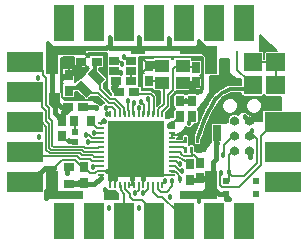
<source format=gtl>
G04 DipTrace 2.4.0.2*
%IN3dBBLEnotune.gtl*%
%MOMM*%
%ADD10C,0.25*%
%ADD13C,0.203*%
%ADD14C,0.381*%
%ADD15C,0.457*%
%ADD16C,0.305*%
%ADD17C,0.334*%
%ADD18C,0.127*%
%ADD19C,0.152*%
%ADD20C,0.178*%
%ADD23R,0.7X0.9*%
%ADD24R,0.9X0.7*%
%ADD26R,0.85X0.65*%
%ADD27R,0.9X0.75*%
%ADD28R,1.7X1.6*%
%ADD30R,1.7X2.032*%
%ADD32R,1.6X1.7*%
%ADD33R,2.0X1.7*%
%ADD34R,1.7X2.0*%
%ADD35R,2.032X1.7*%
%ADD36R,0.75X0.9*%
%ADD37R,0.62X0.49*%
%ADD38R,0.56X0.57*%
%ADD39R,3.13X0.75*%
%ADD40R,1.0X2.4*%
%ADD43O,0.65X0.2*%
%ADD44O,0.2X0.65*%
%ADD45R,4.7X4.7*%
%ADD46C,0.711*%
%ADD50R,1.2X1.1*%
%ADD51R,0.762X1.397*%
%ADD52R,1.143X0.762*%
%FSLAX53Y53*%
G04*
G71*
G90*
G75*
G01*
%LNTop*%
%LPD*%
X22945Y18795D2*
D13*
Y18395D1*
X14206Y17338D2*
D14*
X14609D1*
X14697Y17250D1*
X22649Y18597D2*
X22945D1*
Y18795D1*
D13*
X23013D1*
X23611Y19393D1*
X14697Y17250D2*
X14294D1*
X14206Y17338D1*
X14024D1*
X13624Y17738D1*
X18920Y19620D2*
X18858D1*
Y20142D1*
X18156Y20844D1*
X17707D1*
X16854Y21697D1*
Y22771D1*
X16516D1*
D16*
X16429D1*
Y23874D1*
X16572Y24017D1*
X14196Y21574D2*
Y21809D1*
X15554D1*
X15455Y21710D1*
D13*
Y21508D1*
X15618Y21671D1*
X15770D1*
Y21374D1*
X16704D1*
X17566Y20513D1*
X18012D1*
X18499Y20026D1*
Y19641D1*
X18520Y19620D1*
X29770Y22040D2*
X29300Y21874D1*
X29410Y22577D1*
X29252D1*
X28470Y23359D1*
Y24889D1*
X25091Y17407D2*
D10*
X25161Y17661D1*
D17*
G02X26603Y20830I10906J-3048D01*
G01*
G02X27883Y21713I1991J-1519D01*
G01*
X29126D1*
X29770Y22040D1*
X22945Y16795D2*
D13*
X23854D1*
X24091Y16557D1*
X22945Y17195D2*
X23879D1*
X24091Y17407D1*
X20120Y19620D2*
D18*
Y20023D1*
X20119Y20024D1*
Y20064D1*
X19496Y24121D2*
X19208D1*
X18914Y24415D1*
X16895Y18395D2*
D13*
X16599D1*
X16332Y18662D1*
Y19027D1*
X16059D1*
X14659D2*
Y18838D1*
X14697Y18801D1*
Y18110D1*
X21320Y19620D2*
X21385D1*
Y21049D1*
X21142Y21291D1*
X19743D1*
Y21430D1*
X22945Y15995D2*
D19*
X23388D1*
G03X23902Y15736I648J646D01*
G01*
X24403Y15559D1*
X24467Y15335D1*
X19720Y19620D2*
D20*
X19644D1*
Y20012D1*
X19663Y19992D1*
Y20529D1*
X19762D1*
X18046Y24121D2*
D13*
X18454D1*
X18709Y23866D1*
X19720Y13570D2*
X19320D1*
X22945Y17595D2*
Y17801D1*
Y17995D1*
X20956Y23680D2*
D14*
X22117D1*
X22134Y23662D1*
X24960Y22246D2*
X23835Y22262D1*
X29502Y19014D2*
X29430D1*
X29109Y19336D1*
X24591Y17407D2*
D10*
Y17796D1*
D14*
X24588Y17800D1*
X25091Y16557D2*
D10*
X25274D1*
D14*
X25352Y16635D1*
X25205Y25708D2*
Y25208D1*
X26244Y24168D1*
X10000Y13810D2*
X11270D1*
X15523Y15070D2*
Y14928D1*
D13*
X14746Y15705D1*
X13596D1*
X12957Y15065D1*
D14*
X12194D1*
X11270Y14141D1*
Y13810D1*
X17908Y21790D2*
X18120Y21579D1*
X18295D1*
X18443Y21430D1*
X16895Y14795D2*
D13*
X16600D1*
X16446Y14641D1*
X15968D1*
X15645Y14964D1*
Y15188D1*
X15526Y15070D1*
X15523D1*
X22945Y17801D2*
X23357D1*
X23506Y17950D1*
X24437D1*
X24588Y17800D1*
X26426Y15222D2*
D14*
Y13306D1*
X26929Y12803D1*
X27506D1*
X15386Y24820D2*
Y25148D1*
X17340D1*
X17665Y25474D1*
Y26046D1*
X20956Y23680D2*
X21115Y23839D1*
X21402D1*
X24960Y22246D2*
Y22108D1*
X24544Y21691D1*
X17856Y12733D2*
X17674D1*
X17250Y13156D1*
X26426Y15222D2*
Y15523D1*
X26692Y15789D1*
Y17154D1*
Y17909D1*
X26745Y17962D1*
X17665Y26046D2*
Y25161D1*
X20160D1*
X20020Y25022D1*
X26717Y17154D2*
X26692D1*
X12281Y12524D2*
Y13065D1*
X12784Y13568D1*
X12463Y25513D2*
Y24489D1*
X12784Y24168D1*
X13850Y24993D2*
X15213D1*
X15386Y24820D1*
X25205Y25708D2*
Y25019D1*
X25178Y24993D1*
X13850Y12743D2*
X12500D1*
X12281Y12524D1*
X25178Y12743D2*
X25419D1*
X26244Y13568D1*
Y13306D1*
X26426D1*
X26244Y24168D2*
Y24375D1*
X25205Y25415D1*
Y25708D1*
X27330Y23846D2*
Y22745D1*
X26930Y22345D1*
X26745D1*
X26526Y22126D1*
X26244Y24168D2*
Y24323D1*
X25205Y25363D1*
Y25708D1*
X20020Y25022D2*
Y25264D1*
X20174Y25418D1*
Y26031D1*
X26244Y24168D2*
Y24668D1*
X25205Y25708D1*
X20174Y26031D2*
Y25154D1*
X22709D1*
Y25980D1*
Y25154D2*
X24999D1*
X25205Y25360D1*
X27778Y12398D2*
X27506D1*
Y12803D1*
Y12670D1*
X27778Y12398D1*
X24467Y14035D2*
X25213D1*
X25329Y14151D1*
X25662D1*
X26244Y13568D1*
X25178Y24993D2*
X25419D1*
X26244Y24168D1*
Y24058D1*
X26505Y23797D1*
X23611Y20693D2*
X24085D1*
X24644D1*
X24645Y20692D1*
X24117Y20717D2*
X24085Y20693D1*
X25234Y12216D2*
D13*
Y12688D1*
X25178Y12743D1*
X22945Y14395D2*
X22117D1*
X18007Y18505D1*
X12996Y20731D2*
D14*
X13533Y20194D1*
X14098D1*
Y19948D1*
X13624Y19474D1*
Y19038D1*
X12996Y20731D2*
Y19666D1*
X13624Y19038D1*
X18161Y22349D2*
Y22043D1*
X17908Y21790D1*
X14098Y20194D2*
Y20046D1*
X13730Y19677D1*
X15272Y24017D2*
Y23890D1*
X14771Y23390D1*
X14712D1*
X14196Y22874D1*
X15386Y24820D2*
X13156D1*
X12463Y25513D1*
X12784Y24168D2*
Y20942D1*
X12996Y20731D1*
X16895Y14795D2*
D13*
X17411D1*
D14*
X18120D1*
X19920Y16595D1*
X17720Y13570D2*
D13*
Y14085D1*
D14*
Y14395D1*
X19920Y16595D1*
X18120Y13570D2*
D13*
Y14085D1*
D14*
Y14795D1*
X19320Y13570D2*
D13*
X19521D1*
Y14085D1*
D14*
Y16195D1*
X19920Y16595D1*
X20520Y13570D2*
D13*
Y14085D1*
D14*
Y15995D1*
X19920Y16595D1*
X19496Y23271D2*
D13*
Y22385D1*
X19461Y22349D1*
X16895Y17595D2*
Y17538D1*
X16168D1*
X15887Y17819D1*
Y17828D1*
X15687D1*
X16350Y26510D2*
Y27780D1*
X16895Y17195D2*
D18*
X15792D1*
Y17236D1*
X13810Y26510D2*
Y27780D1*
X16895Y16795D2*
X16650D1*
X16687Y16757D1*
X15593D1*
X15555Y16795D1*
X12920D1*
X12794Y16921D1*
Y18964D1*
X12537Y19220D1*
Y20070D1*
X12264Y20344D1*
Y22661D1*
X12003Y22922D1*
Y23237D1*
X11270Y23970D1*
X10000D2*
X11270D1*
X16895Y16395D2*
X16566D1*
X16545Y16416D1*
X15462D1*
X15356Y16521D1*
X12735D1*
X12529Y16728D1*
Y18753D1*
X12270Y19011D1*
Y19864D1*
X11964Y20171D1*
Y21430D1*
X11270D1*
X10000D2*
X11270D1*
X16895Y15995D2*
X16301D1*
X16212Y16084D1*
X15311D1*
X15131Y16265D1*
X12578D1*
X12270Y16572D1*
Y18535D1*
X11915Y18890D1*
X11270D1*
X10000D2*
X11270D1*
X10000Y16350D2*
X11270D1*
X16895Y15595D2*
X16152D1*
X15994Y15753D1*
X15171D1*
X14922Y16001D1*
X10921D1*
X11270Y16350D1*
X16895Y15195D2*
D13*
X16244D1*
Y15119D1*
X16350Y10000D2*
Y11270D1*
X18520Y13570D2*
X18589D1*
Y13137D1*
X18912Y12814D1*
Y11292D1*
X18890Y11270D1*
X18920Y13570D2*
Y13280D1*
X19351Y12849D1*
Y12571D1*
X19612Y12310D1*
X20390D1*
X21430Y11270D1*
X20120Y13570D2*
Y13189D1*
X19820Y12890D1*
X20920Y13570D2*
Y13279D1*
X20529Y12888D1*
X20487D1*
X21320Y13570D2*
Y13032D1*
X21757Y12595D1*
X22104D1*
X23429Y11270D1*
X23970D1*
X32860Y13810D2*
X31590D1*
X22945Y14795D2*
D18*
X22977Y14712D1*
X23282Y14682D1*
G02X23550Y14168I-329J-498D01*
G01*
X23581Y13876D1*
Y14123D1*
X32860Y16350D2*
D13*
X31590D1*
X22945Y15195D2*
D19*
X23193D1*
D18*
X23594Y14794D1*
X23725D1*
D19*
X23772D1*
Y14795D1*
X27103Y14601D2*
D13*
X26986Y14484D1*
Y13591D1*
X27158Y13419D1*
X28587D1*
X30457Y15289D1*
Y17757D1*
X31590Y18890D1*
X32860D2*
X31590D1*
X22945Y15595D2*
D19*
X23312D1*
X23423Y15484D1*
X23498D1*
D13*
X23622Y15361D1*
X29050Y26510D2*
D18*
Y27780D1*
X20920Y19620D2*
X20986D1*
Y20034D1*
X21035Y20083D1*
Y20831D1*
X20921D1*
X26510Y26510D2*
Y27780D1*
X20520Y19620D2*
X20599D1*
Y20340D1*
X20440Y20499D1*
Y20532D1*
X20338Y20634D1*
X18120Y19620D2*
D13*
X18094D1*
Y19955D1*
X17872Y20177D1*
X17361D1*
X17312Y20127D1*
X23970Y26510D2*
Y27780D1*
X17720Y19620D2*
D18*
X17460Y19558D1*
X21430Y26510D2*
Y27780D1*
X18890Y26510D2*
Y27780D1*
X16895Y17995D2*
X16353Y18004D1*
X19320Y19620D2*
Y19885D1*
X19240Y19965D1*
Y20685D1*
X19190Y20736D1*
X18046Y23271D2*
X18452D1*
X18629Y23094D1*
X22120Y13570D2*
D13*
Y13645D1*
X22375Y13900D1*
X28232Y17744D2*
X28107D1*
X27322Y16959D1*
Y16109D1*
X27252D1*
X24362Y18820D2*
Y19110D1*
X24645Y19392D1*
X21720Y13570D2*
Y13274D1*
X21978Y13015D1*
X22499D1*
X22982Y13499D1*
Y13933D1*
X28232Y16474D2*
X28105D1*
X27773Y16142D1*
Y14726D1*
X27728Y14680D1*
X29502Y17744D2*
Y17966D1*
X29704Y18168D1*
X27728Y14680D2*
X28058Y14350D1*
X29034D1*
X30124Y15441D1*
Y17476D1*
X29704Y17896D1*
Y18168D1*
X27506Y13963D2*
X27728D1*
Y14680D1*
X14197Y15095D2*
D14*
X14069Y14967D1*
Y14590D1*
X29502Y16474D2*
Y16053D1*
X29569Y15986D1*
X17199Y19024D2*
X17137D1*
D13*
X16895Y18782D1*
Y18795D1*
X15024Y13793D2*
D14*
X15047Y13770D1*
X15523D1*
X16895Y14395D2*
D13*
Y14215D1*
D14*
X16354Y13674D1*
X14218D1*
D13*
X14197Y13695D1*
X15024Y13793D2*
D14*
X14705D1*
X14634Y13722D1*
X14223D1*
X14197Y13695D1*
X15398Y20194D2*
X16464D1*
X16543Y20114D1*
X22945Y16395D2*
D13*
X23669D1*
G03X23994Y16042I306J-45D01*
G01*
X24587Y16064D1*
X24613D1*
X24591Y16557D1*
X24587Y16064D2*
Y16110D1*
X24816D1*
X25227Y15698D1*
Y15451D1*
X25329D1*
X24960Y23546D2*
X23951D1*
X23835Y23662D1*
X22120Y19620D2*
Y19789D1*
X22579Y20248D1*
Y21221D1*
X22989Y21631D1*
Y23411D1*
X23240Y23662D1*
X23835D1*
X20956Y22380D2*
X22017D1*
X22134Y22262D1*
X21720Y19620D2*
X21788D1*
Y19981D1*
X22230Y20422D1*
Y22262D1*
X22134D1*
X29770Y23980D2*
X31710D1*
Y22040D1*
D15*
X13692Y22648D3*
X17217Y23185D3*
X18629Y23094D3*
X18709Y23866D3*
X18914Y24415D3*
X20174Y26031D3*
X23622Y15361D3*
X23772Y14795D3*
X23581Y14123D3*
X22375Y13900D3*
X22982Y13933D3*
X20487Y12888D3*
X12281Y12524D3*
X26426Y15222D3*
X25205Y25708D3*
X16244Y15119D3*
X14069Y14590D3*
X17199Y19024D3*
X15687Y17828D3*
X15792Y17236D3*
X14206Y17338D3*
X22649Y18597D3*
X24362Y18820D3*
X27252Y16109D3*
X27728Y14680D3*
X29704Y18168D3*
X27103Y14601D3*
X29569Y15986D3*
X29109Y19336D3*
X15024Y13793D3*
X19190Y20736D3*
X19762Y20529D3*
X25352Y16635D3*
X20921Y20831D3*
X20338Y20634D3*
X20119Y20064D3*
X24588Y17800D3*
X27330Y23846D3*
X22709Y25980D3*
X17908Y21790D3*
X27203Y19017D3*
X19820Y12890D3*
X26792Y19558D3*
X30687Y20696D3*
X26526Y22126D3*
X25412Y19889D3*
X31962Y20398D3*
X28454Y21151D3*
X28763Y20178D3*
X31027Y25464D3*
X17250Y13156D3*
X12463Y25513D3*
X15386Y24820D3*
X17665Y26046D3*
X22760Y12595D3*
X24544Y21691D3*
X21402Y23839D3*
X26717Y17154D3*
X27778Y12398D3*
X27612Y22511D3*
X26505Y23797D3*
X24117Y20717D3*
X11636Y22638D3*
X11679Y17664D3*
X17638Y11674D3*
X20144D3*
X25234Y12216D3*
X16353Y18004D3*
X17460Y19558D3*
X17312Y20127D3*
X16543Y20114D3*
X13730Y19677D3*
X14771Y23390D3*
X30423Y26161D2*
D18*
X30562D1*
X30423Y26037D2*
X30687D1*
X30423Y25913D2*
X30814D1*
X30423Y25790D2*
X30941D1*
X30423Y25666D2*
X31066D1*
X30423Y25542D2*
X31193D1*
X30423Y25419D2*
X31320D1*
X30423Y25295D2*
X31445D1*
X30423Y25171D2*
X31572D1*
X30423Y25048D2*
X31699D1*
X30641Y24924D2*
X30838D1*
X27020Y24182D2*
X27788D1*
X27020Y24058D2*
X27788D1*
X27020Y23935D2*
X27788D1*
X27018Y23811D2*
X27788D1*
X27018Y23687D2*
X27788D1*
X27018Y23564D2*
X27788D1*
X27016Y23440D2*
X27788D1*
X27016Y23316D2*
X27788D1*
X27016Y23193D2*
X27788D1*
X27014Y23069D2*
X27800D1*
X27014Y22945D2*
X27907D1*
X26982Y22822D2*
X28046D1*
X26149Y22698D2*
X28183D1*
X26149Y22574D2*
X28324D1*
X26149Y22451D2*
X28792D1*
X26149Y22327D2*
X28792D1*
X26149Y22203D2*
X28792D1*
X26149Y22080D2*
X28792D1*
X26149Y21956D2*
X27481D1*
X26149Y21832D2*
X27227D1*
X26149Y21709D2*
X27016D1*
X26149Y21585D2*
X26838D1*
X26145Y21461D2*
X26693D1*
X26079Y21338D2*
X26554D1*
X27925D2*
X28792D1*
X26012Y21214D2*
X26443D1*
X27633D2*
X28800D1*
X25946Y21090D2*
X26336D1*
X27423D2*
X28911D1*
X30627D2*
X30852D1*
X25879Y20967D2*
X26248D1*
X27252D2*
X32140D1*
X25811Y20843D2*
X26171D1*
X27113D2*
X27469D1*
X28232D2*
X29501D1*
X30264D2*
X32140D1*
X25712Y20719D2*
X26092D1*
X27000D2*
X27328D1*
X28373D2*
X29360D1*
X30405D2*
X32140D1*
X25613Y20596D2*
X26018D1*
X26897D2*
X27245D1*
X28457D2*
X29277D1*
X30489D2*
X32140D1*
X25514Y20472D2*
X25947D1*
X26817D2*
X27195D1*
X28506D2*
X29227D1*
X30538D2*
X32140D1*
X25415Y20348D2*
X25875D1*
X26740D2*
X27171D1*
X28530D2*
X29203D1*
X30562D2*
X32140D1*
X25317Y20225D2*
X25804D1*
X26665D2*
X27171D1*
X28532D2*
X29203D1*
X30564D2*
X32140D1*
X25218Y20101D2*
X25740D1*
X26593D2*
X27193D1*
X28508D2*
X29225D1*
X30540D2*
X32140D1*
X25149Y19977D2*
X25675D1*
X26522D2*
X27243D1*
X28461D2*
X29275D1*
X30493D2*
X32140D1*
X25202Y19854D2*
X25609D1*
X26454D2*
X27324D1*
X28377D2*
X29356D1*
X30409D2*
X30582D1*
X25202Y19730D2*
X25550D1*
X26389D2*
X27461D1*
X28240D2*
X28772D1*
X29213D2*
X29493D1*
X30272D2*
X30582D1*
X25202Y19606D2*
X25490D1*
X26323D2*
X28594D1*
X29397D2*
X30582D1*
X25202Y19483D2*
X25433D1*
X26260D2*
X27866D1*
X29584D2*
X30582D1*
X25202Y19359D2*
X25377D1*
X26202D2*
X27745D1*
X29768D2*
X30582D1*
X25202Y19235D2*
X25324D1*
X26143D2*
X27675D1*
X29832D2*
X30582D1*
X25202Y19112D2*
X25271D1*
X26085D2*
X27639D1*
X29877D2*
X30582D1*
X26032Y18988D2*
X27631D1*
X29923D2*
X30582D1*
X25978Y18864D2*
X27524D1*
X24791Y18741D2*
X25123D1*
X25926D2*
X26189D1*
X24748Y18617D2*
X25076D1*
X25879D2*
X26189D1*
X24645Y18493D2*
X25034D1*
X25831D2*
X26189D1*
X24006Y18370D2*
X24990D1*
X25782D2*
X26189D1*
X23914Y18246D2*
X24949D1*
X25740D2*
X26189D1*
X23825Y18122D2*
X24909D1*
X25698D2*
X26189D1*
X23734Y17999D2*
X24871D1*
X25655D2*
X26189D1*
X23644Y17875D2*
X23923D1*
X24262D2*
X24835D1*
X25617D2*
X26189D1*
X23553Y17751D2*
X23772D1*
X24412D2*
X24772D1*
X25579D2*
X26189D1*
X23464Y17628D2*
X23758D1*
X24424D2*
X24758D1*
X25542D2*
X26189D1*
X23373Y17504D2*
X23756D1*
X24424D2*
X24758D1*
X25500D2*
X26189D1*
X24424Y17380D2*
X24758D1*
X25428D2*
X26189D1*
X24424Y17257D2*
X24758D1*
X25424D2*
X26189D1*
X24424Y17133D2*
X24758D1*
X25424D2*
X26125D1*
X25381Y17009D2*
X26040D1*
X24916Y16886D2*
X25955D1*
X24924Y16762D2*
X25869D1*
X24924Y16638D2*
X25784D1*
X24924Y16515D2*
X25699D1*
X30476Y21075D2*
X29000D1*
X28937Y21085D1*
X28881Y21114D1*
X28838Y21160D1*
X28811Y21218D1*
X28804Y21270D1*
Y21352D1*
X27946Y21350D1*
X27731Y21271D1*
X27492Y21147D1*
X27269Y20993D1*
X27068Y20813D1*
X26894Y20612D1*
X26653Y20224D1*
X26443Y19857D1*
X26248Y19482D1*
X26068Y19099D1*
X25902Y18710D1*
X25751Y18315D1*
X25616Y17914D1*
X25509Y17557D1*
X25485Y17498D1*
X25452Y17444D1*
X25427Y17416D1*
X25412Y17365D1*
Y17132D1*
X25402Y17070D1*
X25372Y17014D1*
X25326Y16970D1*
X25269Y16944D1*
X25216Y16937D1*
X24966D1*
X24904Y16947D1*
X24848Y16976D1*
X24805Y17022D1*
X24778Y17080D1*
X24771Y17132D1*
Y17682D1*
X24781Y17745D1*
X24819Y17810D1*
X24832Y17826D1*
X24965Y18257D1*
X25114Y18683D1*
X25279Y19102D1*
X25460Y19515D1*
X25657Y19921D1*
X25870Y20318D1*
X26097Y20708D1*
X26296Y21024D1*
X26329Y21068D1*
X26569Y21339D1*
X26840Y21578D1*
X27139Y21781D1*
X27462Y21945D1*
X27759Y22053D1*
X27820Y22070D1*
X27883Y22076D1*
X28806D1*
X28804Y22223D1*
X28802Y22536D1*
X28452D1*
X28389Y22546D1*
X28321Y22586D1*
X27865Y22994D1*
X27825Y23043D1*
X27805Y23097D1*
X27800Y23203D1*
X27801Y24278D1*
X27008Y24277D1*
X27001Y22876D1*
X26970Y22823D1*
X26939Y22813D1*
X26137Y22802D1*
X26136Y21483D1*
X26130Y21455D1*
X25800Y20844D1*
X25121Y19992D1*
X25162Y19944D1*
X25186Y19885D1*
X25190Y19779D1*
Y18942D1*
X25180Y18880D1*
X25150Y18824D1*
X25105Y18781D1*
X25047Y18754D1*
X24995Y18747D1*
X24778D1*
X24768Y18695D1*
X24745Y18636D1*
X24713Y18581D1*
X24673Y18531D1*
X24627Y18488D1*
X24574Y18452D1*
X24517Y18425D1*
X24456Y18406D1*
X24394Y18397D1*
X24330D1*
X24267Y18406D1*
X24207Y18425D1*
X24150Y18453D1*
X24087Y18498D1*
X23352Y17492D1*
X23757D1*
X23771Y17507D1*
Y17682D1*
X23781Y17745D1*
X23811Y17801D1*
X23857Y17844D1*
X23914Y17871D1*
X23966Y17878D1*
X24216D1*
X24279Y17868D1*
X24335Y17838D1*
X24378Y17792D1*
X24405Y17735D1*
X24412Y17682D1*
Y17132D1*
X24402Y17070D1*
X24364Y17005D1*
X24365Y17000D1*
X24424Y17023D1*
X24530Y17028D1*
X24716D1*
X24779Y17018D1*
X24835Y16988D1*
X24878Y16942D1*
X24905Y16885D1*
X24912Y16832D1*
Y16485D1*
X25482Y16491D1*
X25699Y16493D1*
X25931Y16832D1*
X26203Y17227D1*
X26202Y18759D1*
X26233Y18813D1*
X26266Y18823D1*
X27477D1*
X27648Y18942D1*
X27643Y19031D1*
X27655Y19133D1*
X27685Y19231D1*
X27731Y19323D1*
X27792Y19405D1*
X27867Y19475D1*
X27952Y19532D1*
X28047Y19572D1*
X28147Y19596D1*
X28249Y19602D1*
X28351Y19590D1*
X28449Y19561D1*
X28504Y19535D1*
X28796Y19737D1*
X28830Y19748D1*
X29146Y19753D1*
X29181Y19743D1*
X29765Y19353D1*
X29788Y19323D1*
X29913Y18982D1*
X30249Y18985D1*
X30594Y18987D1*
Y19936D1*
X32152D1*
Y21074D1*
X30940Y21075D1*
X30877Y21085D1*
X30821Y21114D1*
X30778Y21160D1*
X30751Y21218D1*
X30745Y21282D1*
X30735Y21286D1*
X30725Y21208D1*
X30695Y21152D1*
X30650Y21108D1*
X30592Y21082D1*
X30540Y21075D1*
X30476D1*
X30744Y24276D2*
Y24750D1*
X30754Y24813D1*
X30784Y24868D1*
X30830Y24912D1*
X30887Y24939D1*
X30940Y24946D1*
X31815D1*
X30412Y26320D1*
Y24945D1*
X30540Y24946D1*
X30602Y24936D1*
X30658Y24906D1*
X30701Y24860D1*
X30728Y24803D1*
X30735Y24750D1*
Y24338D1*
X30745Y24362D1*
X28518Y20220D2*
X28495Y20096D1*
X28448Y19978D1*
X28379Y19871D1*
X28292Y19779D1*
X28189Y19705D1*
X28074Y19651D1*
X27951Y19621D1*
X27825Y19614D1*
X27699Y19630D1*
X27579Y19671D1*
X27468Y19733D1*
X27371Y19815D1*
X27292Y19913D1*
X27232Y20025D1*
X27194Y20146D1*
X27180Y20272D1*
X27190Y20399D1*
X27224Y20521D1*
X27280Y20635D1*
X27356Y20736D1*
X27450Y20821D1*
X27559Y20887D1*
X27677Y20931D1*
X27802Y20952D1*
X27929Y20950D1*
X28053Y20923D1*
X28170Y20873D1*
X28275Y20803D1*
X28365Y20714D1*
X28437Y20609D1*
X28488Y20493D1*
X28516Y20369D1*
X28521Y20284D1*
X28518Y20220D1*
X30550D2*
X30527Y20096D1*
X30480Y19978D1*
X30411Y19871D1*
X30324Y19779D1*
X30221Y19705D1*
X30106Y19651D1*
X29983Y19621D1*
X29857Y19614D1*
X29731Y19630D1*
X29611Y19671D1*
X29500Y19733D1*
X29403Y19815D1*
X29324Y19913D1*
X29264Y20025D1*
X29226Y20146D1*
X29212Y20272D1*
X29222Y20399D1*
X29256Y20521D1*
X29312Y20635D1*
X29388Y20736D1*
X29482Y20821D1*
X29591Y20887D1*
X29709Y20931D1*
X29834Y20952D1*
X29961Y20950D1*
X30085Y20923D1*
X30202Y20873D1*
X30307Y20803D1*
X30397Y20714D1*
X30469Y20609D1*
X30520Y20493D1*
X30548Y20369D1*
X30553Y20284D1*
X30550Y20220D1*
X20129Y24338D2*
X21326D1*
X22942D2*
X23026D1*
X24643D2*
X25536D1*
X20129Y24214D2*
X20399D1*
X22942D2*
X23026D1*
X24643D2*
X25536D1*
X20129Y24090D2*
X20399D1*
X20129Y23967D2*
X20399D1*
X20129Y23843D2*
X20399D1*
X20129Y23719D2*
X20399D1*
X20129Y23596D2*
X20399D1*
X20129Y23472D2*
X20399D1*
X20129Y23348D2*
X20399D1*
X20129Y23225D2*
X20399D1*
X20129Y23101D2*
X20399D1*
X20129Y22977D2*
X20399D1*
X20129Y22854D2*
X20399D1*
X25437D2*
X25535D1*
X20119Y22730D2*
X20399D1*
X20119Y22606D2*
X20399D1*
X20119Y22483D2*
X20399D1*
X20119Y22359D2*
X20399D1*
X20119Y22235D2*
X20399D1*
X20119Y22112D2*
X20399D1*
X20119Y21988D2*
X20399D1*
X20400Y21617D2*
X21326D1*
X25401D2*
X25517D1*
X21373Y21493D2*
X21921D1*
X23264D2*
X25465D1*
X21496Y21370D2*
X21921D1*
X23161D2*
X25413D1*
X21619Y21246D2*
X21921D1*
X21684Y21122D2*
X21921D1*
X22927D2*
X23054D1*
X21694Y20999D2*
X21921D1*
X22889D2*
X23054D1*
X21694Y20875D2*
X21921D1*
X22889D2*
X23054D1*
X21694Y20751D2*
X21921D1*
X22889D2*
X23054D1*
X21694Y20628D2*
X21921D1*
X22889D2*
X23054D1*
X21694Y20504D2*
X21879D1*
X22889D2*
X23054D1*
X22889Y20380D2*
X23054D1*
X22889Y20257D2*
X23054D1*
X22865Y20133D2*
X23088D1*
X22774Y20009D2*
X23145D1*
X22651Y19886D2*
X23058D1*
X22526Y19762D2*
X23054D1*
X22431Y19638D2*
X23054D1*
X22429Y19515D2*
X23038D1*
X22429Y19391D2*
X23006D1*
X24628Y24191D2*
X25310D1*
X25372Y24181D1*
X25428Y24151D1*
X25472Y24105D1*
X25498Y24048D1*
X25506Y23996D1*
Y23096D1*
X25495Y23033D1*
X25466Y22977D1*
X25420Y22934D1*
X25363Y22907D1*
X25298Y22901D1*
X25296Y22891D1*
X25348Y22887D1*
X25396Y22871D1*
X25438Y22843D1*
X25472Y22805D1*
X25495Y22760D1*
X25505Y22711D1*
Y21783D1*
X25495Y21733D1*
X25473Y21688D1*
X25440Y21649D1*
X25398Y21621D1*
X25350Y21604D1*
X25297Y21600D1*
X24630Y21598D1*
Y21516D1*
X23263D1*
X23228Y21455D1*
X23154Y21376D1*
X22928Y21151D1*
X22877Y21048D1*
X22876Y20248D1*
X22870Y20184D1*
X22850Y20124D1*
X22818Y20071D1*
X22744Y19992D1*
X22417Y19662D1*
X22416Y19464D1*
X22414Y19395D1*
X22409Y19332D1*
X22396Y19292D1*
X22998Y19312D1*
X23066Y19578D1*
Y19843D1*
X23076Y19905D1*
X23105Y19961D1*
X23162Y20011D1*
X23189Y20061D1*
X23135Y20094D1*
X23094Y20142D1*
X23070Y20200D1*
X23066Y20307D1*
Y21143D1*
X23076Y21205D1*
X23105Y21261D1*
X23151Y21305D1*
X23209Y21331D1*
X23261Y21339D1*
X23961D1*
X24035Y21324D1*
X24121Y21301D1*
X24185Y21304D1*
X24242Y21331D1*
X24295Y21338D1*
X24995D1*
X25068Y21323D1*
X25411Y21333D1*
X25563Y21695D1*
Y22771D1*
X25549Y22773D1*
Y24386D1*
X25498Y24423D1*
X23418D1*
Y24448D1*
X23085D1*
X20787Y24455D1*
Y24445D1*
X20114D1*
X20117Y24133D1*
X20115Y23600D1*
X20117Y23474D1*
Y22750D1*
X20107D1*
X20106Y21976D1*
X20389D1*
Y21589D1*
X21142Y21588D1*
X21205Y21582D1*
X21266Y21562D1*
X21319Y21530D1*
X21397Y21457D1*
X21595Y21259D1*
X21635Y21210D1*
X21663Y21153D1*
X21679Y21093D1*
X21682Y20985D1*
Y20293D1*
X21933Y20546D1*
Y21516D1*
X21339D1*
Y21736D1*
X21185Y21734D1*
X20411D1*
Y23025D1*
X20580D1*
X20575Y23034D1*
X20411D1*
Y24325D1*
X21339D1*
Y24407D1*
X22930D1*
Y24211D1*
X23038Y24213D1*
X23039Y24407D1*
X24630D1*
Y24191D1*
X24960Y22246D2*
X25463Y21674D1*
Y22817D2*
X24960Y22246D1*
X20411Y24325D2*
X20956Y23680D1*
X20411Y23035D1*
X15742Y24600D2*
X17413D1*
X17230Y24476D2*
X17413D1*
X13648Y24352D2*
X14613D1*
X17230D2*
X17413D1*
X13531Y24229D2*
X14613D1*
X17230D2*
X17413D1*
X13531Y24105D2*
X14613D1*
X17230D2*
X17413D1*
X13531Y23981D2*
X14613D1*
X17230D2*
X17413D1*
X13529Y23858D2*
X14613D1*
X17230D2*
X17413D1*
X13529Y23734D2*
X14613D1*
X17230D2*
X17413D1*
X13529Y23610D2*
X14613D1*
X17230D2*
X17413D1*
X13529Y23487D2*
X13638D1*
X17230D2*
X17413D1*
X13529Y23363D2*
X13638D1*
X14753D2*
X15829D1*
X16789D2*
X17413D1*
X13527Y23239D2*
X13638D1*
X14753D2*
X15706D1*
X16831D2*
X17413D1*
X13527Y23116D2*
X13638D1*
X14753D2*
X15591D1*
X16954D2*
X17413D1*
X13527Y22992D2*
X13638D1*
X14753D2*
X15551D1*
X17079D2*
X17413D1*
X13527Y22868D2*
X13638D1*
X14753D2*
X15424D1*
X17202D2*
X17413D1*
X13527Y22745D2*
X13638D1*
X14753D2*
X15299D1*
X17325D2*
X17447D1*
X13525Y22621D2*
X13638D1*
X14753D2*
X15097D1*
X13525Y22497D2*
X13638D1*
X14753D2*
X14964D1*
X13525Y22374D2*
X13638D1*
X14753D2*
X14839D1*
X13525Y22250D2*
X13638D1*
X17273D2*
X17447D1*
X13523Y22126D2*
X13638D1*
X17164D2*
X17447D1*
X13523Y22003D2*
X13638D1*
X17164D2*
X17448D1*
X13523Y21879D2*
X13638D1*
X17164D2*
X17450D1*
X13523Y21755D2*
X13638D1*
X17228D2*
X17454D1*
X13523Y21632D2*
X13638D1*
X17353D2*
X17472D1*
X13523Y21508D2*
X13638D1*
X17476D2*
X17570D1*
X14753Y21384D2*
X14998D1*
X17599D2*
X17668D1*
X14753Y21261D2*
X15121D1*
X14753Y21137D2*
X15244D1*
X14753Y21013D2*
X15369D1*
X16037D2*
X16633D1*
X13783Y20890D2*
X15492D1*
X15914D2*
X16756D1*
X13916Y20766D2*
X16881D1*
X16440Y20642D2*
X17004D1*
X16684Y20519D2*
X17127D1*
X16873Y20395D2*
X16970D1*
X15989Y24562D2*
X17217D1*
Y23471D1*
X16775D1*
X16777Y23280D1*
X17396Y22661D1*
X17433Y22610D1*
X17452Y22550D1*
X17450Y22486D1*
X17429Y22427D1*
X17396Y22385D1*
X17152Y22136D1*
X17154Y21817D1*
X17776Y21196D1*
X17751Y21298D1*
X17483Y21635D1*
X17469Y21671D1*
X17459Y22062D1*
Y22751D1*
X17426Y22750D1*
X17428Y23791D1*
X17426Y23918D1*
Y24641D1*
X17459D1*
Y24723D1*
X15867D1*
X15693Y24562D1*
X15917D1*
Y24393D1*
X15926Y24423D1*
Y24562D1*
X15989D1*
X15949Y23471D2*
X15926D1*
Y23477D1*
X15917Y23471D1*
X14741Y23469D1*
Y22263D1*
X15069Y22591D1*
X15121Y22628D1*
X15193Y22647D1*
X15214Y22649D1*
X15578Y23006D1*
X15581Y23055D1*
X15603Y23114D1*
X15635Y23156D1*
X15951Y23472D1*
X14626Y23519D2*
Y24438D1*
X13716Y24430D1*
X13518Y24239D1*
X13510Y21502D1*
X13567Y21495D1*
X13616Y21457D1*
X13622Y21432D1*
Y21028D1*
X13650Y21002D1*
Y22220D1*
X13712D1*
X13700Y22228D1*
X13650D1*
Y23520D1*
X14626D1*
X14741Y21460D2*
Y20928D1*
X13727D1*
X13914Y20756D1*
X16235Y20755D1*
X16267Y20746D1*
X16536Y20573D1*
X16628Y20543D1*
X16756Y20481D1*
X16808Y20445D1*
X16855Y20402D1*
X16903Y20337D1*
X16933Y20317D1*
X16962Y20367D1*
X17002Y20417D1*
X17048Y20460D1*
X17101Y20495D1*
X17142Y20515D1*
X16638Y21021D1*
X16577Y21077D1*
X16087D1*
X15841Y20829D1*
X15790Y20792D1*
X15729Y20774D1*
X15666Y20775D1*
X15607Y20797D1*
X15564Y20829D1*
X14931Y21462D1*
X14742Y21461D1*
X15272Y24017D2*
X15917Y23471D1*
Y24562D2*
X14627Y23471D1*
X14196Y23519D2*
Y22874D1*
X13650D2*
X14741D1*
G36*
X30540Y21270D2*
X29000D1*
Y22810D1*
X30540D1*
Y21270D1*
G37*
G36*
X32480D2*
X30940D1*
Y22810D1*
X32480D1*
Y21270D1*
G37*
G36*
Y23210D2*
X30940D1*
Y24750D1*
X32480D1*
Y23210D1*
G37*
G36*
X30540D2*
X29000D1*
Y24750D1*
X30540D1*
Y23210D1*
G37*
G36*
X25216Y17132D2*
X24966D1*
Y17682D1*
X25216D1*
Y17132D1*
G37*
G36*
X24716D2*
X24466D1*
Y17682D1*
X24716D1*
Y17132D1*
G37*
G36*
X24216D2*
X23966D1*
Y17682D1*
X24216D1*
Y17132D1*
G37*
G36*
Y16282D2*
X23966D1*
Y16832D1*
X24216D1*
Y16282D1*
G37*
G36*
X24716D2*
X24466D1*
Y16832D1*
X24716D1*
Y16282D1*
G37*
G36*
X25216D2*
X24966D1*
Y16832D1*
X25216D1*
Y16282D1*
G37*
G36*
X24610Y23996D2*
X25310D1*
Y23096D1*
X24610D1*
Y23996D1*
G37*
G36*
Y22696D2*
X25310D1*
Y21796D1*
X24610D1*
Y22696D1*
G37*
D23*
X20956Y22380D3*
Y23680D3*
X25329Y15451D3*
Y14151D3*
D24*
X16572Y24017D3*
X15272D3*
D23*
X14196Y21574D3*
Y22874D3*
D24*
X15398Y20194D3*
X14098D3*
X19743Y21430D3*
X18443D3*
G36*
X23261Y19843D2*
X23961D1*
Y18943D1*
X23261D1*
Y19843D1*
G37*
G36*
Y21143D2*
X23961D1*
Y20243D1*
X23261D1*
Y21143D1*
G37*
D23*
X24467Y15335D3*
Y14035D3*
X15523Y13770D3*
Y15070D3*
X13624Y17738D3*
Y19038D3*
D26*
X19496Y23271D3*
Y24121D3*
X18046D3*
Y23271D3*
D27*
X14197Y13695D3*
Y15095D3*
D28*
X29050Y26510D3*
X26510D3*
X23970D3*
X21430D3*
X18890D3*
D30*
X29050Y27780D3*
X26510D3*
X23970D3*
X21430D3*
X18890D3*
D32*
X11270Y16350D3*
D33*
X10000D3*
D28*
X16350Y11270D3*
D34*
Y10000D3*
D28*
Y26510D3*
D34*
Y27780D3*
D28*
X13810Y26510D3*
D34*
Y27780D3*
D32*
X11270Y23970D3*
D33*
X10000D3*
D32*
X11270Y21430D3*
D33*
X10000D3*
D32*
X11270Y18890D3*
D33*
X10000D3*
D32*
X31590Y13810D3*
Y16350D3*
Y18890D3*
D35*
X32860Y13810D3*
Y16350D3*
Y18890D3*
D28*
X18890Y11270D3*
D34*
Y10000D3*
D32*
X11270Y13810D3*
D33*
X10000D3*
D28*
X13810Y11270D3*
D34*
Y10000D3*
D28*
X21430Y11270D3*
D34*
Y10000D3*
D28*
X29050Y11270D3*
D34*
Y10000D3*
D28*
X26510Y11270D3*
D34*
Y10000D3*
D28*
X23970Y11270D3*
D34*
Y10000D3*
D36*
X16059Y19027D3*
X14659D3*
D37*
X14697Y18110D3*
Y17250D3*
G36*
X24995Y20242D2*
X24295D1*
Y21142D1*
X24995D1*
Y20242D1*
G37*
G36*
Y18942D2*
X24295D1*
Y19842D1*
X24995D1*
Y18942D1*
G37*
D24*
X18161Y22349D3*
X19461D3*
D38*
X27506Y13963D3*
Y12803D3*
X30056D3*
Y13963D3*
D39*
X25178Y12743D3*
D40*
X26244Y13568D3*
D39*
X13850Y12743D3*
D40*
X12784Y13568D3*
D39*
X13850Y24993D3*
D40*
X12784Y24168D3*
D39*
X25178Y24993D3*
D40*
X26244Y24168D3*
G36*
X28232Y16867D2*
X28164Y16861D1*
X28097Y16844D1*
X28035Y16815D1*
X27979Y16775D1*
X27930Y16727D1*
X27891Y16670D1*
X27862Y16608D1*
X27844Y16542D1*
X27838Y16474D1*
D1*
X27844Y16405D1*
X27862Y16339D1*
X27891Y16277D1*
X27930Y16221D1*
X27979Y16172D1*
X28035Y16133D1*
X28097Y16104D1*
X28164Y16086D1*
X28232Y16080D1*
D1*
X28300Y16086D1*
X28367Y16104D1*
X28429Y16133D1*
X28485Y16172D1*
X28533Y16221D1*
X28573Y16277D1*
X28602Y16339D1*
X28620Y16405D1*
X28626Y16474D1*
D1*
X28620Y16542D1*
X28602Y16608D1*
X28573Y16670D1*
X28533Y16727D1*
X28485Y16775D1*
X28429Y16815D1*
X28367Y16844D1*
X28300Y16861D1*
X28232Y16867D1*
G37*
G36*
Y18137D2*
X28164Y18131D1*
X28097Y18114D1*
X28035Y18085D1*
X27979Y18045D1*
X27930Y17997D1*
X27891Y17940D1*
X27862Y17878D1*
X27844Y17812D1*
X27838Y17744D1*
D1*
X27844Y17675D1*
X27862Y17609D1*
X27891Y17547D1*
X27930Y17491D1*
X27979Y17442D1*
X28035Y17403D1*
X28097Y17374D1*
X28164Y17356D1*
X28232Y17350D1*
D1*
X28300Y17356D1*
X28367Y17374D1*
X28429Y17403D1*
X28485Y17442D1*
X28533Y17491D1*
X28573Y17547D1*
X28602Y17609D1*
X28620Y17675D1*
X28626Y17744D1*
D1*
X28620Y17812D1*
X28602Y17878D1*
X28573Y17940D1*
X28533Y17997D1*
X28485Y18045D1*
X28429Y18085D1*
X28367Y18114D1*
X28300Y18131D1*
X28232Y18137D1*
G37*
G36*
Y19407D2*
X28164Y19401D1*
X28097Y19384D1*
X28035Y19355D1*
X27979Y19315D1*
X27930Y19267D1*
X27891Y19210D1*
X27862Y19148D1*
X27844Y19082D1*
X27838Y19014D1*
D1*
X27844Y18945D1*
X27862Y18879D1*
X27891Y18817D1*
X27930Y18761D1*
X27979Y18712D1*
X28035Y18673D1*
X28097Y18644D1*
X28164Y18626D1*
X28232Y18620D1*
D1*
X28300Y18626D1*
X28367Y18644D1*
X28429Y18673D1*
X28485Y18712D1*
X28533Y18761D1*
X28573Y18817D1*
X28602Y18879D1*
X28620Y18945D1*
X28626Y19014D1*
D1*
X28620Y19082D1*
X28602Y19148D1*
X28573Y19210D1*
X28533Y19267D1*
X28485Y19315D1*
X28429Y19355D1*
X28367Y19384D1*
X28300Y19401D1*
X28232Y19407D1*
G37*
G36*
X29502D2*
X29434Y19401D1*
X29367Y19384D1*
X29305Y19355D1*
X29249Y19315D1*
X29200Y19267D1*
X29161Y19210D1*
X29132Y19148D1*
X29114Y19082D1*
X29108Y19014D1*
D1*
X29114Y18945D1*
X29132Y18879D1*
X29161Y18817D1*
X29200Y18761D1*
X29249Y18712D1*
X29305Y18673D1*
X29367Y18644D1*
X29434Y18626D1*
X29502Y18620D1*
D1*
X29570Y18626D1*
X29637Y18644D1*
X29699Y18673D1*
X29755Y18712D1*
X29803Y18761D1*
X29843Y18817D1*
X29872Y18879D1*
X29890Y18945D1*
X29896Y19014D1*
D1*
X29890Y19082D1*
X29872Y19148D1*
X29843Y19210D1*
X29803Y19267D1*
X29755Y19315D1*
X29699Y19355D1*
X29637Y19384D1*
X29570Y19401D1*
X29502Y19407D1*
G37*
G36*
Y18137D2*
X29434Y18131D1*
X29367Y18114D1*
X29305Y18085D1*
X29249Y18045D1*
X29200Y17997D1*
X29161Y17940D1*
X29132Y17878D1*
X29114Y17812D1*
X29108Y17744D1*
D1*
X29114Y17675D1*
X29132Y17609D1*
X29161Y17547D1*
X29200Y17491D1*
X29249Y17442D1*
X29305Y17403D1*
X29367Y17374D1*
X29434Y17356D1*
X29502Y17350D1*
D1*
X29570Y17356D1*
X29637Y17374D1*
X29699Y17403D1*
X29755Y17442D1*
X29803Y17491D1*
X29843Y17547D1*
X29872Y17609D1*
X29890Y17675D1*
X29896Y17744D1*
D1*
X29890Y17812D1*
X29872Y17878D1*
X29843Y17940D1*
X29803Y17997D1*
X29755Y18045D1*
X29699Y18085D1*
X29637Y18114D1*
X29570Y18131D1*
X29502Y18137D1*
G37*
G36*
Y16867D2*
X29434Y16861D1*
X29367Y16844D1*
X29305Y16815D1*
X29249Y16775D1*
X29200Y16727D1*
X29161Y16670D1*
X29132Y16608D1*
X29114Y16542D1*
X29108Y16474D1*
D1*
X29114Y16405D1*
X29132Y16339D1*
X29161Y16277D1*
X29200Y16221D1*
X29249Y16172D1*
X29305Y16133D1*
X29367Y16104D1*
X29434Y16086D1*
X29502Y16080D1*
D1*
X29570Y16086D1*
X29637Y16104D1*
X29699Y16133D1*
X29755Y16172D1*
X29803Y16221D1*
X29843Y16277D1*
X29872Y16339D1*
X29890Y16405D1*
X29896Y16474D1*
D1*
X29890Y16542D1*
X29872Y16608D1*
X29843Y16670D1*
X29803Y16727D1*
X29755Y16775D1*
X29699Y16815D1*
X29637Y16844D1*
X29570Y16861D1*
X29502Y16867D1*
G37*
D43*
X16895Y18795D3*
Y18395D3*
Y17995D3*
Y17595D3*
Y17195D3*
Y16795D3*
Y16395D3*
Y15995D3*
Y15595D3*
Y15195D3*
Y14795D3*
Y14395D3*
D44*
X17720Y13570D3*
X18120D3*
X18520D3*
X18920D3*
X19320D3*
X19720D3*
X20120D3*
X20520D3*
X20920D3*
X21320D3*
X21720D3*
X22120D3*
D43*
X22945Y14395D3*
Y14795D3*
Y15195D3*
Y15595D3*
Y15995D3*
Y16395D3*
Y16795D3*
Y17195D3*
Y17595D3*
Y17995D3*
Y18395D3*
Y18795D3*
D44*
X22120Y19620D3*
X21720D3*
X21320D3*
X20920D3*
X20520D3*
X20120D3*
X19720D3*
X19320D3*
X18920D3*
X18520D3*
X18120D3*
X17720D3*
D45*
X19920Y16595D3*
D46*
X18011Y16975D3*
X18773D3*
X19535D3*
X20297D3*
X21059D3*
X21821D3*
X18011Y16208D3*
X18773D3*
X19535D3*
X20297D3*
X21059D3*
X21821D3*
X18014Y17738D3*
X18776D3*
X19538D3*
X20300D3*
X21062D3*
X21824D3*
X18011Y15441D3*
X18773D3*
X19535D3*
X20297D3*
X21059D3*
X21821D3*
X18011Y14675D3*
X18773D3*
X19535D3*
X20297D3*
X21059D3*
X21821D3*
X18007Y18505D3*
X18769D3*
X19531D3*
X20293D3*
X21055D3*
X21817D3*
D50*
X23835Y23662D3*
X22134D3*
Y22262D3*
X23835D3*
G36*
X16198Y21462D2*
X15703Y20967D1*
X14713Y21957D1*
X15208Y22452D1*
X16198Y21462D1*
G37*
G36*
X17258Y22523D2*
X16763Y22028D1*
X15773Y23018D1*
X16268Y23513D1*
X17258Y22523D1*
G37*
D51*
X26745Y17962D3*
D52*
X20020Y25022D3*
G36*
X18491Y12911D2*
Y12301D1*
X17221D1*
Y13165D1*
X18237D1*
X18491Y12911D1*
G37*
G36*
X12869Y20096D2*
X13428D1*
Y21366D1*
X12488D1*
Y20426D1*
X12869Y20096D1*
G37*
M02*

</source>
